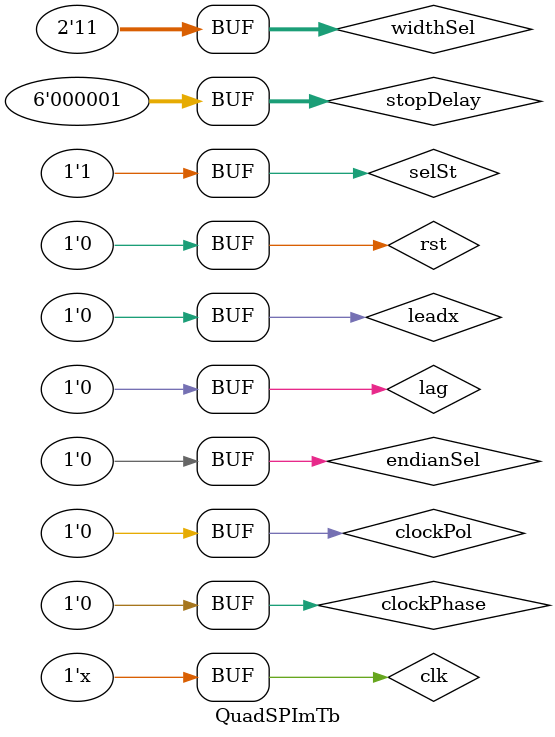
<source format=v>
`timescale 1ns / 1ps

module QuadSPImTb ();


parameter CLK_PERIOD = 8.13; // Clock period in ns

//================================================================================
//  REG/WIRE
//================================================================================
reg rst;
reg clk;

// localparam [31:0] startData = 32'h1;
localparam [31:0] startData = 32'h0A0B0C0D;

reg [31:0] data;

wire [1:0] widthSel  = 2'h3;
wire clockPol = 1'b0;
wire clockPhase = 1'b0;
wire endianSel = 1'b0;
wire lag = 1'b0;
wire leadx = 1'b0;
wire [5:0] stopDelay = 6'h1;
wire selSt = 1'b1;
wire val;

reg [31:0] tbCnt;

wire start = (tbCnt>=100);
wire fifoEmpty = (tbCnt >= 500);

//================================================================================
//  ASSIGNMENTS
//================================================================================


//================================================================================
//  CODING
//================================================================================	

always #(CLK_PERIOD/2) clk = ~clk;

initial begin
	clk = 0;
	rst = 0;
	#40
	rst = 1;
	#100
	rst = 0;
end

always @(posedge clk) begin
	if (rst) begin
		tbCnt <= 0;
	end else begin
		tbCnt <= tbCnt+1;
	end
end

always @(posedge clk) begin
	if (rst) begin
		data <= startData;
	end else if (val) begin
		// data <= data+32'h1000;
		data <= data;
	end
end

QuadSPIm QuadSPIm
(
	.Clk_i(clk),
	.Start_i(start),
	.Rst_i(rst),
	.EmptyFlag_i(fifoEmpty),
	.SpiData_i(data),
	.Sck_o(),
	.Ss_o(),
	.Mosi0_o(),
	.Mosi1_o(),
	.Mosi2_o(),
	.Mosi3_o(),
	.WidthSel_i(widthSel),
	.PulsePol_i(clockPol),
	.ClockPhase_i(clockPhase),
	.EndianSel_i(endianSel),
	.Lag_i(lag),
	.Lead_i(leadx),
	.Stop_i(stopDelay),
	.SelSt_i(selSt),
	.Val_o(val)
);
			
endmodule
</source>
